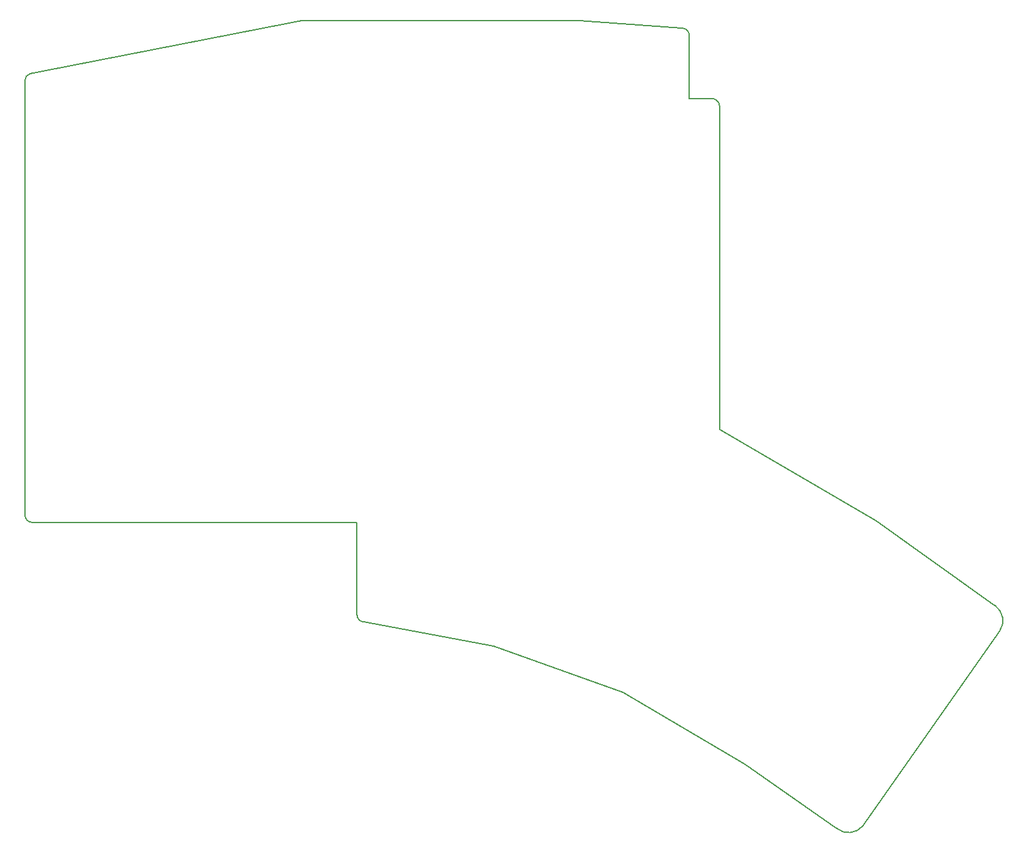
<source format=gm1>
G04 #@! TF.GenerationSoftware,KiCad,Pcbnew,(6.0.7)*
G04 #@! TF.CreationDate,2023-08-18T09:51:37+01:00*
G04 #@! TF.ProjectId,edwardash,65647761-7264-4617-9368-2e6b69636164,0.1*
G04 #@! TF.SameCoordinates,Original*
G04 #@! TF.FileFunction,Profile,NP*
%FSLAX46Y46*%
G04 Gerber Fmt 4.6, Leading zero omitted, Abs format (unit mm)*
G04 Created by KiCad (PCBNEW (6.0.7)) date 2023-08-18 09:51:37*
%MOMM*%
%LPD*%
G01*
G04 APERTURE LIST*
G04 #@! TA.AperFunction,Profile*
%ADD10C,0.150000*%
G04 #@! TD*
G04 APERTURE END LIST*
D10*
X172212000Y-56134000D02*
X186138758Y-57147312D01*
X97778278Y-63334744D02*
G75*
G03*
X97107497Y-64236996I237922J-877356D01*
G01*
X160648562Y-140991451D02*
X178134662Y-147266368D01*
X142107497Y-124181114D02*
X142107497Y-136717641D01*
X134620000Y-56134000D02*
X163576000Y-56134000D01*
X187138758Y-58147312D02*
X187140000Y-66680000D01*
X229171734Y-138966388D02*
G75*
G03*
X228548016Y-135428886I-2080634J1456888D01*
G01*
X134620000Y-56134000D02*
X97778275Y-63334734D01*
X228548016Y-135428886D02*
X212431811Y-123905087D01*
X191235430Y-111620000D02*
X191235430Y-67671040D01*
X142995151Y-137695884D02*
X160648562Y-140991451D01*
X187140000Y-66680000D02*
X190140000Y-66680000D01*
X207087102Y-165660495D02*
X194631790Y-156922229D01*
X142107553Y-136717641D02*
G75*
G03*
X142995151Y-137695884I983247J341D01*
G01*
X212431811Y-123905087D02*
X191235430Y-111620000D01*
X194631790Y-156922229D02*
X178134662Y-147266368D01*
X97107497Y-64236996D02*
X97107497Y-123181114D01*
X210665539Y-165347422D02*
X229171779Y-138966419D01*
X207087120Y-165660474D02*
G75*
G03*
X210665539Y-165347422I1632680J1945774D01*
G01*
X97107486Y-123181114D02*
G75*
G03*
X98107497Y-124181114I1000014J14D01*
G01*
X98107497Y-124181114D02*
X142107497Y-124181114D01*
X163576000Y-56134000D02*
X172212000Y-56134000D01*
X191235405Y-67671043D02*
G75*
G03*
X190140000Y-66680000I-1095405J-109857D01*
G01*
X187138788Y-58147312D02*
G75*
G03*
X186138758Y-57147312I-999988J12D01*
G01*
M02*

</source>
